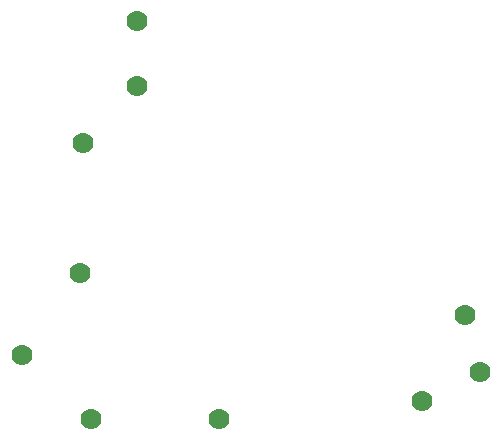
<source format=gbl>
G75*
%MOIN*%
%OFA0B0*%
%FSLAX25Y25*%
%IPPOS*%
%LPD*%
%AMOC8*
5,1,8,0,0,1.08239X$1,22.5*
%
%ADD10C,0.07000*%
D10*
X0057929Y0039031D03*
X0035094Y0060291D03*
X0054386Y0087850D03*
X0055173Y0131157D03*
X0073283Y0150055D03*
X0073283Y0171709D03*
X0182732Y0073677D03*
X0187457Y0054780D03*
X0168165Y0044937D03*
X0100449Y0039031D03*
M02*

</source>
